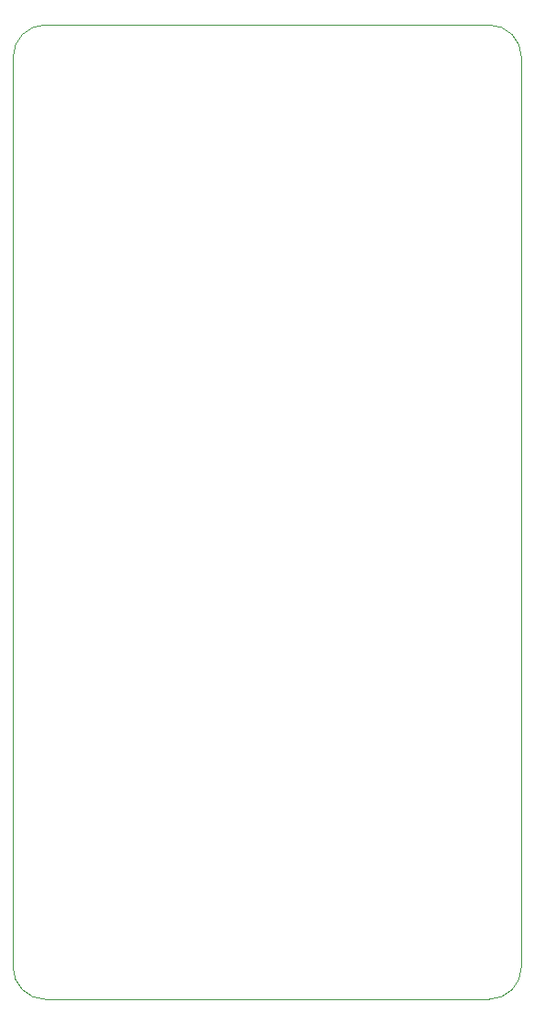
<source format=gm1>
%TF.GenerationSoftware,KiCad,Pcbnew,9.0.5*%
%TF.CreationDate,2025-11-15T07:59:09-05:00*%
%TF.ProjectId,PicoLume_v4,5069636f-4c75-46d6-955f-76342e6b6963,rev?*%
%TF.SameCoordinates,Original*%
%TF.FileFunction,Profile,NP*%
%FSLAX46Y46*%
G04 Gerber Fmt 4.6, Leading zero omitted, Abs format (unit mm)*
G04 Created by KiCad (PCBNEW 9.0.5) date 2025-11-15 07:59:09*
%MOMM*%
%LPD*%
G01*
G04 APERTURE LIST*
%TA.AperFunction,Profile*%
%ADD10C,0.050000*%
%TD*%
G04 APERTURE END LIST*
D10*
X147000000Y-134000000D02*
X106000000Y-134000000D01*
X147000000Y-44000000D02*
G75*
G02*
X150000000Y-47000000I0J-3000000D01*
G01*
X147000000Y-44000000D02*
X106000000Y-44000000D01*
X103000000Y-47000000D02*
X103000000Y-131000000D01*
X106000000Y-134000000D02*
G75*
G02*
X103000000Y-131000000I0J3000000D01*
G01*
X103000000Y-47000000D02*
G75*
G02*
X106000000Y-44000000I3000000J0D01*
G01*
X150000000Y-47000000D02*
X150000000Y-131000000D01*
X150000000Y-131000000D02*
G75*
G02*
X147000000Y-134000000I-3000000J0D01*
G01*
M02*

</source>
